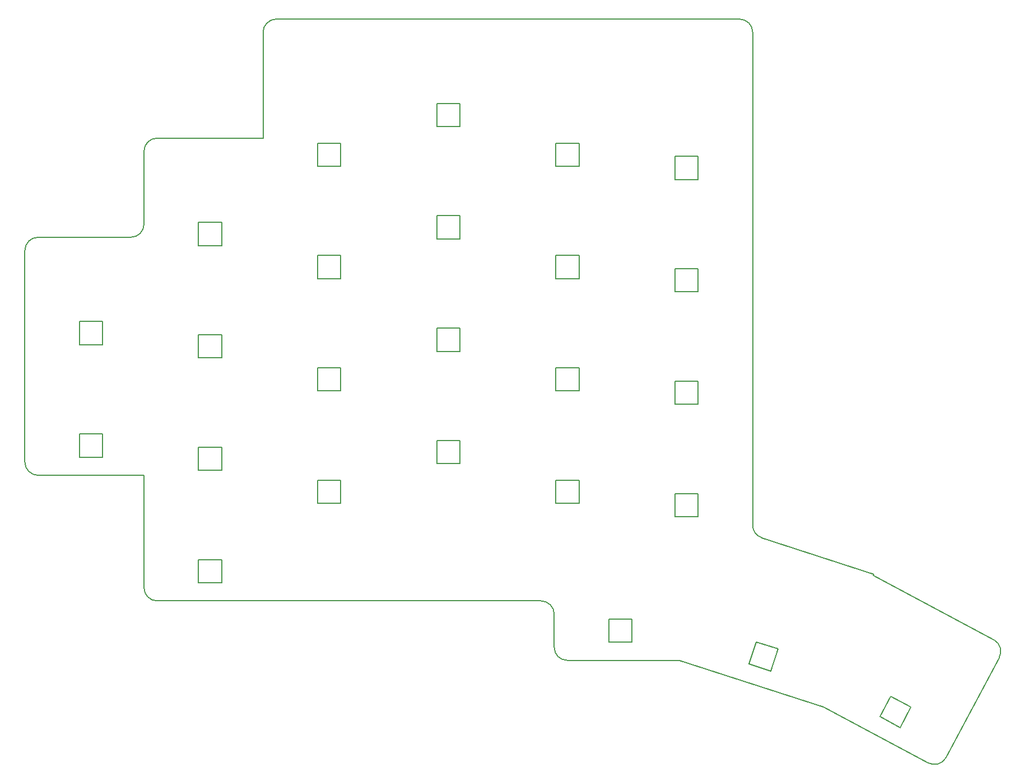
<source format=gbr>
%TF.GenerationSoftware,KiCad,Pcbnew,9.0.6*%
%TF.CreationDate,2025-11-05T17:55:23+01:00*%
%TF.ProjectId,main_pcb,6d61696e-5f70-4636-922e-6b696361645f,v1.0.0*%
%TF.SameCoordinates,Original*%
%TF.FileFunction,Profile,NP*%
%FSLAX46Y46*%
G04 Gerber Fmt 4.6, Leading zero omitted, Abs format (unit mm)*
G04 Created by KiCad (PCBNEW 9.0.6) date 2025-11-05 17:55:23*
%MOMM*%
%LPD*%
G01*
G04 APERTURE LIST*
%TA.AperFunction,Profile*%
%ADD10C,0.150000*%
%TD*%
G04 APERTURE END LIST*
D10*
X92000000Y-159500000D02*
X150000000Y-159500000D01*
X90000000Y-157500000D02*
X90000000Y-140500000D01*
X90000000Y-102500000D02*
X90000000Y-91500000D01*
X92000000Y-89500000D02*
X108000000Y-89500000D01*
X108000000Y-89500000D02*
X108000000Y-73500000D01*
X110000000Y-71500000D02*
X180000000Y-71500000D01*
X182000000Y-148040325D02*
X182000000Y-73500000D01*
X74000000Y-140500000D02*
X90000000Y-140500000D01*
X72000000Y-138500000D02*
X72000000Y-106500000D01*
X88000000Y-104500000D02*
X74000000Y-104500000D01*
X154000000Y-168500000D02*
X170920808Y-168500000D01*
X152000000Y-161500000D02*
X152000000Y-166500000D01*
X170920808Y-168500000D02*
X192678188Y-175569401D01*
X183381966Y-149942438D02*
X200314713Y-155444221D01*
X200314713Y-155444221D02*
X200234820Y-155690106D01*
X192678188Y-175569401D02*
X208532621Y-183999353D01*
X211237459Y-183172401D02*
X219265423Y-168073997D01*
X200234820Y-155690106D02*
X218438471Y-165369159D01*
X150000000Y-159500000D02*
G75*
G02*
X152000000Y-161500000I0J-2000000D01*
G01*
X154000000Y-168500000D02*
G75*
G02*
X152000000Y-166500000I0J2000000D01*
G01*
X211237459Y-183172401D02*
G75*
G02*
X208532621Y-183999353I-1765895J938943D01*
G01*
X218438471Y-165369159D02*
G75*
G02*
X219265423Y-168073997I-938943J-1765895D01*
G01*
X183381966Y-149942438D02*
G75*
G02*
X182000000Y-148040325I618034J1902113D01*
G01*
X180000000Y-71500000D02*
G75*
G02*
X182000000Y-73500000I0J-2000000D01*
G01*
X108000000Y-73500000D02*
G75*
G02*
X110000000Y-71500000I2000000J0D01*
G01*
X90000000Y-91500000D02*
G75*
G02*
X92000000Y-89500000I2000000J0D01*
G01*
X90000000Y-102500000D02*
G75*
G02*
X88000000Y-104500000I-2000000J0D01*
G01*
X72000000Y-106500000D02*
G75*
G02*
X74000000Y-104500000I2000000J0D01*
G01*
X74000000Y-140500000D02*
G75*
G02*
X72000000Y-138500000I0J2000000D01*
G01*
X92000000Y-159500000D02*
G75*
G02*
X90000000Y-157500000I0J2000000D01*
G01*
%TO.C,LED1*%
X98250000Y-153250000D02*
X98250000Y-156750000D01*
X98250000Y-156750000D02*
X101750000Y-156750000D01*
X101750000Y-156750000D02*
X101750000Y-153250000D01*
X101750000Y-153250000D02*
X98250000Y-153250000D01*
%TO.C,LED2*%
X98250000Y-136250000D02*
X98250000Y-139750000D01*
X98250000Y-139750000D02*
X101750000Y-139750000D01*
X101750000Y-139750000D02*
X101750000Y-136250000D01*
X101750000Y-136250000D02*
X98250000Y-136250000D01*
%TO.C,LED3*%
X98250000Y-119250000D02*
X98250000Y-122750000D01*
X98250000Y-122750000D02*
X101750000Y-122750000D01*
X101750000Y-122750000D02*
X101750000Y-119250000D01*
X101750000Y-119250000D02*
X98250000Y-119250000D01*
%TO.C,LED4*%
X98250000Y-102250000D02*
X98250000Y-105750000D01*
X98250000Y-105750000D02*
X101750000Y-105750000D01*
X101750000Y-105750000D02*
X101750000Y-102250000D01*
X101750000Y-102250000D02*
X98250000Y-102250000D01*
%TO.C,LED5*%
X116250000Y-141250000D02*
X116250000Y-144750000D01*
X116250000Y-144750000D02*
X119750000Y-144750000D01*
X119750000Y-144750000D02*
X119750000Y-141250000D01*
X119750000Y-141250000D02*
X116250000Y-141250000D01*
%TO.C,LED6*%
X116250000Y-124250000D02*
X116250000Y-127750000D01*
X116250000Y-127750000D02*
X119750000Y-127750000D01*
X119750000Y-127750000D02*
X119750000Y-124250000D01*
X119750000Y-124250000D02*
X116250000Y-124250000D01*
%TO.C,LED7*%
X116250000Y-107250000D02*
X116250000Y-110750000D01*
X116250000Y-110750000D02*
X119750000Y-110750000D01*
X119750000Y-110750000D02*
X119750000Y-107250000D01*
X119750000Y-107250000D02*
X116250000Y-107250000D01*
%TO.C,LED8*%
X116250000Y-90250000D02*
X116250000Y-93750000D01*
X116250000Y-93750000D02*
X119750000Y-93750000D01*
X119750000Y-93750000D02*
X119750000Y-90250000D01*
X119750000Y-90250000D02*
X116250000Y-90250000D01*
%TO.C,LED9*%
X134250000Y-135250000D02*
X134250000Y-138750000D01*
X134250000Y-138750000D02*
X137750000Y-138750000D01*
X137750000Y-138750000D02*
X137750000Y-135250000D01*
X137750000Y-135250000D02*
X134250000Y-135250000D01*
%TO.C,LED10*%
X134250000Y-118250000D02*
X134250000Y-121750000D01*
X134250000Y-121750000D02*
X137750000Y-121750000D01*
X137750000Y-121750000D02*
X137750000Y-118250000D01*
X137750000Y-118250000D02*
X134250000Y-118250000D01*
%TO.C,LED11*%
X134250000Y-101250000D02*
X134250000Y-104750000D01*
X134250000Y-104750000D02*
X137750000Y-104750000D01*
X137750000Y-104750000D02*
X137750000Y-101250000D01*
X137750000Y-101250000D02*
X134250000Y-101250000D01*
%TO.C,LED12*%
X134250000Y-84250000D02*
X134250000Y-87750000D01*
X134250000Y-87750000D02*
X137750000Y-87750000D01*
X137750000Y-87750000D02*
X137750000Y-84250000D01*
X137750000Y-84250000D02*
X134250000Y-84250000D01*
%TO.C,LED13*%
X152250000Y-141250000D02*
X152250000Y-144750000D01*
X152250000Y-144750000D02*
X155750000Y-144750000D01*
X155750000Y-144750000D02*
X155750000Y-141250000D01*
X155750000Y-141250000D02*
X152250000Y-141250000D01*
%TO.C,LED14*%
X152250000Y-124250000D02*
X152250000Y-127750000D01*
X152250000Y-127750000D02*
X155750000Y-127750000D01*
X155750000Y-127750000D02*
X155750000Y-124250000D01*
X155750000Y-124250000D02*
X152250000Y-124250000D01*
%TO.C,LED15*%
X152250000Y-107250000D02*
X152250000Y-110750000D01*
X152250000Y-110750000D02*
X155750000Y-110750000D01*
X155750000Y-110750000D02*
X155750000Y-107250000D01*
X155750000Y-107250000D02*
X152250000Y-107250000D01*
%TO.C,LED16*%
X152250000Y-90250000D02*
X152250000Y-93750000D01*
X152250000Y-93750000D02*
X155750000Y-93750000D01*
X155750000Y-93750000D02*
X155750000Y-90250000D01*
X155750000Y-90250000D02*
X152250000Y-90250000D01*
%TO.C,LED17*%
X170250000Y-143250000D02*
X170250000Y-146750000D01*
X170250000Y-146750000D02*
X173750000Y-146750000D01*
X173750000Y-146750000D02*
X173750000Y-143250000D01*
X173750000Y-143250000D02*
X170250000Y-143250000D01*
%TO.C,LED18*%
X170250000Y-126250000D02*
X170250000Y-129750000D01*
X170250000Y-129750000D02*
X173750000Y-129750000D01*
X173750000Y-129750000D02*
X173750000Y-126250000D01*
X173750000Y-126250000D02*
X170250000Y-126250000D01*
%TO.C,LED19*%
X170250000Y-109250000D02*
X170250000Y-112750000D01*
X170250000Y-112750000D02*
X173750000Y-112750000D01*
X173750000Y-112750000D02*
X173750000Y-109250000D01*
X173750000Y-109250000D02*
X170250000Y-109250000D01*
%TO.C,LED20*%
X170250000Y-92250000D02*
X170250000Y-95750000D01*
X170250000Y-95750000D02*
X173750000Y-95750000D01*
X173750000Y-95750000D02*
X173750000Y-92250000D01*
X173750000Y-92250000D02*
X170250000Y-92250000D01*
%TO.C,LED21*%
X80250000Y-134250000D02*
X80250000Y-137750000D01*
X80250000Y-137750000D02*
X83750000Y-137750000D01*
X83750000Y-137750000D02*
X83750000Y-134250000D01*
X83750000Y-134250000D02*
X80250000Y-134250000D01*
%TO.C,LED22*%
X80250000Y-117250000D02*
X80250000Y-120750000D01*
X80250000Y-120750000D02*
X83750000Y-120750000D01*
X83750000Y-120750000D02*
X83750000Y-117250000D01*
X83750000Y-117250000D02*
X80250000Y-117250000D01*
%TO.C,LED23*%
X160250000Y-162250000D02*
X160250000Y-165750000D01*
X160250000Y-165750000D02*
X163750000Y-165750000D01*
X163750000Y-165750000D02*
X163750000Y-162250000D01*
X163750000Y-162250000D02*
X160250000Y-162250000D01*
%TO.C,LED24*%
X182525177Y-165698849D02*
X181443617Y-169027547D01*
X181443617Y-169027547D02*
X184772315Y-170109107D01*
X184772315Y-170109107D02*
X185853875Y-166780409D01*
X185853875Y-166780409D02*
X182525177Y-165698849D01*
%TO.C,LED25*%
X202858079Y-173903582D02*
X201214928Y-176993899D01*
X201214928Y-176993899D02*
X204305245Y-178637050D01*
X204305245Y-178637050D02*
X205948396Y-175546733D01*
X205948396Y-175546733D02*
X202858079Y-173903582D01*
%TD*%
M02*

</source>
